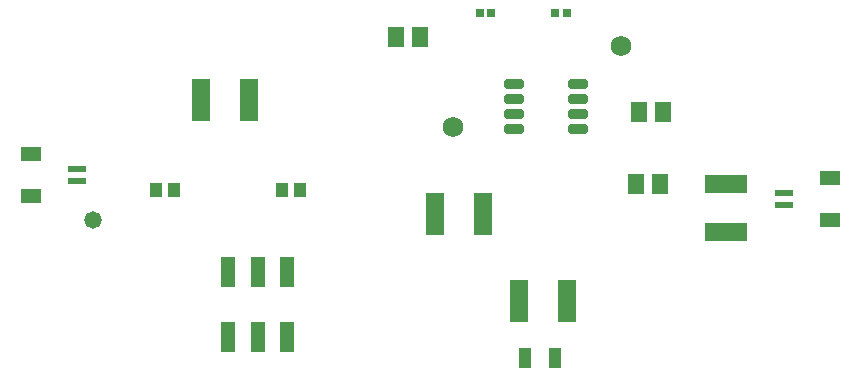
<source format=gbr>
G04*
G04 #@! TF.GenerationSoftware,Altium Limited,Altium Designer,24.9.1 (31)*
G04*
G04 Layer_Color=8388736*
%FSLAX44Y44*%
%MOMM*%
G71*
G04*
G04 #@! TF.SameCoordinates,B653029B-541F-4617-83FB-ACABD9EDAD60*
G04*
G04*
G04 #@! TF.FilePolarity,Negative*
G04*
G01*
G75*
%ADD14R,1.2000X2.5000*%
%ADD19R,1.1057X1.6582*%
%ADD20R,0.7154X0.6725*%
%ADD21R,1.5500X0.6000*%
%ADD22R,1.8000X1.2000*%
%ADD24R,1.0032X1.2032*%
%ADD25R,1.6032X3.6032*%
%ADD26R,1.4032X1.6532*%
%ADD27R,3.6032X1.6032*%
G04:AMPARAMS|DCode=28|XSize=0.8032mm|YSize=1.6532mm|CornerRadius=0.1526mm|HoleSize=0mm|Usage=FLASHONLY|Rotation=90.000|XOffset=0mm|YOffset=0mm|HoleType=Round|Shape=RoundedRectangle|*
%AMROUNDEDRECTD28*
21,1,0.8032,1.3480,0,0,90.0*
21,1,0.4980,1.6532,0,0,90.0*
1,1,0.3052,0.6740,0.2490*
1,1,0.3052,0.6740,-0.2490*
1,1,0.3052,-0.6740,-0.2490*
1,1,0.3052,-0.6740,0.2490*
%
%ADD28ROUNDEDRECTD28*%
%ADD29C,1.7272*%
%ADD30C,1.4732*%
D14*
X548640Y686240D02*
D03*
Y741240D02*
D03*
X573640D02*
D03*
Y686240D02*
D03*
X523640D02*
D03*
Y741240D02*
D03*
D19*
X800162Y668020D02*
D03*
X774638D02*
D03*
D20*
X809966Y960120D02*
D03*
X800394D02*
D03*
X746171D02*
D03*
X736600D02*
D03*
D21*
X395340Y817960D02*
D03*
Y827960D02*
D03*
X994040Y807640D02*
D03*
Y797640D02*
D03*
D22*
X356590Y804960D02*
D03*
Y840960D02*
D03*
X1032790Y820640D02*
D03*
Y784640D02*
D03*
D24*
X569200Y810260D02*
D03*
X584200D02*
D03*
X462400D02*
D03*
X477400D02*
D03*
D25*
X739320Y789940D02*
D03*
X698320D02*
D03*
X810440Y716280D02*
D03*
X769440D02*
D03*
X500200Y886460D02*
D03*
X541200D02*
D03*
D26*
X888840Y815340D02*
D03*
X868840D02*
D03*
X685480Y939800D02*
D03*
X665480D02*
D03*
X871380Y876300D02*
D03*
X891380D02*
D03*
D27*
X944880Y774520D02*
D03*
Y815520D02*
D03*
D28*
X819730Y862330D02*
D03*
Y875030D02*
D03*
Y887730D02*
D03*
Y900430D02*
D03*
X765230Y862330D02*
D03*
Y875030D02*
D03*
Y887730D02*
D03*
Y900430D02*
D03*
D29*
X855980Y932180D02*
D03*
X713740Y863600D02*
D03*
D30*
X408940Y784860D02*
D03*
M02*

</source>
